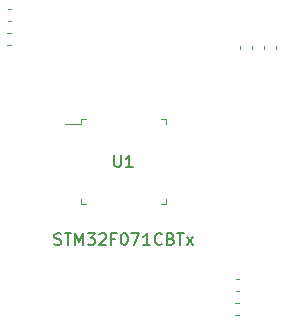
<source format=gbr>
%TF.GenerationSoftware,KiCad,Pcbnew,7.0.8*%
%TF.CreationDate,2024-01-12T13:09:39+01:00*%
%TF.ProjectId,adapter_STM32,61646170-7465-4725-9f53-544d33322e6b,rev?*%
%TF.SameCoordinates,Original*%
%TF.FileFunction,Legend,Top*%
%TF.FilePolarity,Positive*%
%FSLAX46Y46*%
G04 Gerber Fmt 4.6, Leading zero omitted, Abs format (unit mm)*
G04 Created by KiCad (PCBNEW 7.0.8) date 2024-01-12 13:09:39*
%MOMM*%
%LPD*%
G01*
G04 APERTURE LIST*
%ADD10C,0.150000*%
%ADD11C,0.120000*%
G04 APERTURE END LIST*
D10*
X90686666Y-65431200D02*
X90829523Y-65478819D01*
X90829523Y-65478819D02*
X91067618Y-65478819D01*
X91067618Y-65478819D02*
X91162856Y-65431200D01*
X91162856Y-65431200D02*
X91210475Y-65383580D01*
X91210475Y-65383580D02*
X91258094Y-65288342D01*
X91258094Y-65288342D02*
X91258094Y-65193104D01*
X91258094Y-65193104D02*
X91210475Y-65097866D01*
X91210475Y-65097866D02*
X91162856Y-65050247D01*
X91162856Y-65050247D02*
X91067618Y-65002628D01*
X91067618Y-65002628D02*
X90877142Y-64955009D01*
X90877142Y-64955009D02*
X90781904Y-64907390D01*
X90781904Y-64907390D02*
X90734285Y-64859771D01*
X90734285Y-64859771D02*
X90686666Y-64764533D01*
X90686666Y-64764533D02*
X90686666Y-64669295D01*
X90686666Y-64669295D02*
X90734285Y-64574057D01*
X90734285Y-64574057D02*
X90781904Y-64526438D01*
X90781904Y-64526438D02*
X90877142Y-64478819D01*
X90877142Y-64478819D02*
X91115237Y-64478819D01*
X91115237Y-64478819D02*
X91258094Y-64526438D01*
X91543809Y-64478819D02*
X92115237Y-64478819D01*
X91829523Y-65478819D02*
X91829523Y-64478819D01*
X92448571Y-65478819D02*
X92448571Y-64478819D01*
X92448571Y-64478819D02*
X92781904Y-65193104D01*
X92781904Y-65193104D02*
X93115237Y-64478819D01*
X93115237Y-64478819D02*
X93115237Y-65478819D01*
X93496190Y-64478819D02*
X94115237Y-64478819D01*
X94115237Y-64478819D02*
X93781904Y-64859771D01*
X93781904Y-64859771D02*
X93924761Y-64859771D01*
X93924761Y-64859771D02*
X94019999Y-64907390D01*
X94019999Y-64907390D02*
X94067618Y-64955009D01*
X94067618Y-64955009D02*
X94115237Y-65050247D01*
X94115237Y-65050247D02*
X94115237Y-65288342D01*
X94115237Y-65288342D02*
X94067618Y-65383580D01*
X94067618Y-65383580D02*
X94019999Y-65431200D01*
X94019999Y-65431200D02*
X93924761Y-65478819D01*
X93924761Y-65478819D02*
X93639047Y-65478819D01*
X93639047Y-65478819D02*
X93543809Y-65431200D01*
X93543809Y-65431200D02*
X93496190Y-65383580D01*
X94496190Y-64574057D02*
X94543809Y-64526438D01*
X94543809Y-64526438D02*
X94639047Y-64478819D01*
X94639047Y-64478819D02*
X94877142Y-64478819D01*
X94877142Y-64478819D02*
X94972380Y-64526438D01*
X94972380Y-64526438D02*
X95019999Y-64574057D01*
X95019999Y-64574057D02*
X95067618Y-64669295D01*
X95067618Y-64669295D02*
X95067618Y-64764533D01*
X95067618Y-64764533D02*
X95019999Y-64907390D01*
X95019999Y-64907390D02*
X94448571Y-65478819D01*
X94448571Y-65478819D02*
X95067618Y-65478819D01*
X95829523Y-64955009D02*
X95496190Y-64955009D01*
X95496190Y-65478819D02*
X95496190Y-64478819D01*
X95496190Y-64478819D02*
X95972380Y-64478819D01*
X96543809Y-64478819D02*
X96639047Y-64478819D01*
X96639047Y-64478819D02*
X96734285Y-64526438D01*
X96734285Y-64526438D02*
X96781904Y-64574057D01*
X96781904Y-64574057D02*
X96829523Y-64669295D01*
X96829523Y-64669295D02*
X96877142Y-64859771D01*
X96877142Y-64859771D02*
X96877142Y-65097866D01*
X96877142Y-65097866D02*
X96829523Y-65288342D01*
X96829523Y-65288342D02*
X96781904Y-65383580D01*
X96781904Y-65383580D02*
X96734285Y-65431200D01*
X96734285Y-65431200D02*
X96639047Y-65478819D01*
X96639047Y-65478819D02*
X96543809Y-65478819D01*
X96543809Y-65478819D02*
X96448571Y-65431200D01*
X96448571Y-65431200D02*
X96400952Y-65383580D01*
X96400952Y-65383580D02*
X96353333Y-65288342D01*
X96353333Y-65288342D02*
X96305714Y-65097866D01*
X96305714Y-65097866D02*
X96305714Y-64859771D01*
X96305714Y-64859771D02*
X96353333Y-64669295D01*
X96353333Y-64669295D02*
X96400952Y-64574057D01*
X96400952Y-64574057D02*
X96448571Y-64526438D01*
X96448571Y-64526438D02*
X96543809Y-64478819D01*
X97210476Y-64478819D02*
X97877142Y-64478819D01*
X97877142Y-64478819D02*
X97448571Y-65478819D01*
X98781904Y-65478819D02*
X98210476Y-65478819D01*
X98496190Y-65478819D02*
X98496190Y-64478819D01*
X98496190Y-64478819D02*
X98400952Y-64621676D01*
X98400952Y-64621676D02*
X98305714Y-64716914D01*
X98305714Y-64716914D02*
X98210476Y-64764533D01*
X99781904Y-65383580D02*
X99734285Y-65431200D01*
X99734285Y-65431200D02*
X99591428Y-65478819D01*
X99591428Y-65478819D02*
X99496190Y-65478819D01*
X99496190Y-65478819D02*
X99353333Y-65431200D01*
X99353333Y-65431200D02*
X99258095Y-65335961D01*
X99258095Y-65335961D02*
X99210476Y-65240723D01*
X99210476Y-65240723D02*
X99162857Y-65050247D01*
X99162857Y-65050247D02*
X99162857Y-64907390D01*
X99162857Y-64907390D02*
X99210476Y-64716914D01*
X99210476Y-64716914D02*
X99258095Y-64621676D01*
X99258095Y-64621676D02*
X99353333Y-64526438D01*
X99353333Y-64526438D02*
X99496190Y-64478819D01*
X99496190Y-64478819D02*
X99591428Y-64478819D01*
X99591428Y-64478819D02*
X99734285Y-64526438D01*
X99734285Y-64526438D02*
X99781904Y-64574057D01*
X100543809Y-64955009D02*
X100686666Y-65002628D01*
X100686666Y-65002628D02*
X100734285Y-65050247D01*
X100734285Y-65050247D02*
X100781904Y-65145485D01*
X100781904Y-65145485D02*
X100781904Y-65288342D01*
X100781904Y-65288342D02*
X100734285Y-65383580D01*
X100734285Y-65383580D02*
X100686666Y-65431200D01*
X100686666Y-65431200D02*
X100591428Y-65478819D01*
X100591428Y-65478819D02*
X100210476Y-65478819D01*
X100210476Y-65478819D02*
X100210476Y-64478819D01*
X100210476Y-64478819D02*
X100543809Y-64478819D01*
X100543809Y-64478819D02*
X100639047Y-64526438D01*
X100639047Y-64526438D02*
X100686666Y-64574057D01*
X100686666Y-64574057D02*
X100734285Y-64669295D01*
X100734285Y-64669295D02*
X100734285Y-64764533D01*
X100734285Y-64764533D02*
X100686666Y-64859771D01*
X100686666Y-64859771D02*
X100639047Y-64907390D01*
X100639047Y-64907390D02*
X100543809Y-64955009D01*
X100543809Y-64955009D02*
X100210476Y-64955009D01*
X101067619Y-64478819D02*
X101639047Y-64478819D01*
X101353333Y-65478819D02*
X101353333Y-64478819D01*
X101877143Y-65478819D02*
X102400952Y-64812152D01*
X101877143Y-64812152D02*
X102400952Y-65478819D01*
X95758095Y-57874819D02*
X95758095Y-58684342D01*
X95758095Y-58684342D02*
X95805714Y-58779580D01*
X95805714Y-58779580D02*
X95853333Y-58827200D01*
X95853333Y-58827200D02*
X95948571Y-58874819D01*
X95948571Y-58874819D02*
X96139047Y-58874819D01*
X96139047Y-58874819D02*
X96234285Y-58827200D01*
X96234285Y-58827200D02*
X96281904Y-58779580D01*
X96281904Y-58779580D02*
X96329523Y-58684342D01*
X96329523Y-58684342D02*
X96329523Y-57874819D01*
X97329523Y-58874819D02*
X96758095Y-58874819D01*
X97043809Y-58874819D02*
X97043809Y-57874819D01*
X97043809Y-57874819D02*
X96948571Y-58017676D01*
X96948571Y-58017676D02*
X96853333Y-58112914D01*
X96853333Y-58112914D02*
X96758095Y-58160533D01*
D11*
%TO.C,C6*%
X86727420Y-45464000D02*
X87008580Y-45464000D01*
X86727420Y-46484000D02*
X87008580Y-46484000D01*
%TO.C,C8*%
X86714420Y-47496000D02*
X86995580Y-47496000D01*
X86714420Y-48516000D02*
X86995580Y-48516000D01*
%TO.C,C5*%
X106018420Y-70356000D02*
X106299580Y-70356000D01*
X106018420Y-71376000D02*
X106299580Y-71376000D01*
%TO.C,C4*%
X109476000Y-48640420D02*
X109476000Y-48921580D01*
X108456000Y-48640420D02*
X108456000Y-48921580D01*
%TO.C,C2*%
X106031420Y-68324000D02*
X106312580Y-68324000D01*
X106031420Y-69344000D02*
X106312580Y-69344000D01*
%TO.C,C9*%
X107444000Y-48627420D02*
X107444000Y-48908580D01*
X106424000Y-48627420D02*
X106424000Y-48908580D01*
%TO.C,U1*%
X92910000Y-54810000D02*
X92910000Y-55260000D01*
X92910000Y-55260000D02*
X91620000Y-55260000D01*
X92910000Y-62030000D02*
X92910000Y-61580000D01*
X93360000Y-54810000D02*
X92910000Y-54810000D01*
X93360000Y-62030000D02*
X92910000Y-62030000D01*
X99680000Y-54810000D02*
X100130000Y-54810000D01*
X99680000Y-62030000D02*
X100130000Y-62030000D01*
X100130000Y-54810000D02*
X100130000Y-55260000D01*
X100130000Y-62030000D02*
X100130000Y-61580000D01*
%TD*%
M02*

</source>
